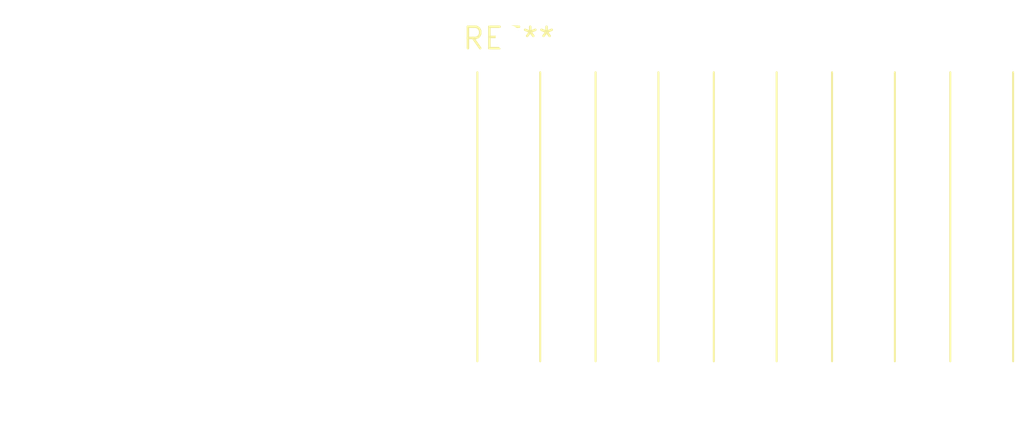
<source format=kicad_pcb>
(kicad_pcb (version 20240108) (generator pcbnew)
  (layers (0 "F.Cu" signal) (31 "B.Cu" signal) (34 "B.Paste" user) (35 "F.Paste" user) (36 "B.SilkS" user "B.Silkscreen") (37 "F.SilkS" user "F.Silkscreen") (38 "B.Mask" user) (39 "F.Mask" user) (44 "Edge.Cuts" user))
  (net 0 "")
  (footprint "SolderWire-0.75sqmm_1x05_P7mm_D1.25mm_OD3.5mm_Relief" (layer "F.Cu") (at 0 0)
    (property "Reference" "REF**")
    (property "Value" "SolderWire-0.75sqmm_1x05_P7mm_D1.25mm_OD3.5mm_Relief")
    (fp_line (start -1.86 2.01) (end -1.86 19.14) (layer "F.SilkS") (stroke (width 0.12)))
    (fp_line (start 1.86 2.01) (end 1.86 19.14) (layer "F.SilkS") (stroke (width 0.12)))
    (fp_line (start 5.14 2.01) (end 5.14 19.14) (layer "F.SilkS") (stroke (width 0.12)))
    (fp_line (start 8.86 2.01) (end 8.86 19.14) (layer "F.SilkS") (stroke (width 0.12)))
    (fp_line (start 12.14 2.01) (end 12.14 19.14) (layer "F.SilkS") (stroke (width 0.12)))
    (fp_line (start 15.86 2.01) (end 15.86 19.14) (layer "F.SilkS") (stroke (width 0.12)))
    (fp_line (start 19.14 2.01) (end 19.14 19.14) (layer "F.SilkS") (stroke (width 0.12)))
    (fp_line (start 22.86 2.01) (end 22.86 19.14) (layer "F.SilkS") (stroke (width 0.12)))
    (fp_line (start 26.14 2.01) (end 26.14 19.14) (layer "F.SilkS") (stroke (width 0.12)))
    (fp_line (start 29.86 2.01) (end 29.86 19.14) (layer "F.SilkS") (stroke (width 0.12)))
    (pad "" np_thru_hole circle (at 0 21) (size 4 4) (drill 4) (layers *.Cu *.Mask))
    (pad "" np_thru_hole circle (at 7 21) (size 4 4) (drill 4) (layers *.Cu *.Mask))
    (pad "" np_thru_hole circle (at 14 21) (size 4 4) (drill 4) (layers *.Cu *.Mask))
    (pad "" np_thru_hole circle (at 21 21) (size 4 4) (drill 4) (layers *.Cu *.Mask))
    (pad "" np_thru_hole circle (at 28 21) (size 4 4) (drill 4) (layers *.Cu *.Mask))
    (pad "1" thru_hole roundrect (at 0 0) (size 3.5 3.5) (drill 1.55) (layers *.Cu *.Mask) (remove_unused_layers) (roundrect_rratio 0.071429))
    (pad "2" thru_hole circle (at 7 0) (size 3.5 3.5) (drill 1.55) (layers *.Cu *.Mask) (remove_unused_layers))
    (pad "3" thru_hole circle (at 14 0) (size 3.5 3.5) (drill 1.55) (layers *.Cu *.Mask) (remove_unused_layers))
    (pad "4" thru_hole circle (at 21 0) (size 3.5 3.5) (drill 1.55) (layers *.Cu *.Mask) (remove_unused_layers))
    (pad "5" thru_hole circle (at 28 0) (size 3.5 3.5) (drill 1.55) (layers *.Cu *.Mask) (remove_unused_layers))
  )
)
</source>
